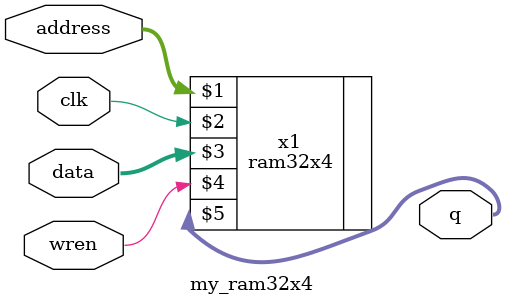
<source format=v>
module my_ram32x4(
	input [4:0] address,
	input clk,
	input [3:0] data,
	input wren,
	output [3:0] q);
	
	ram32x4 x1(address,clk,data,wren,q);
endmodule

</source>
